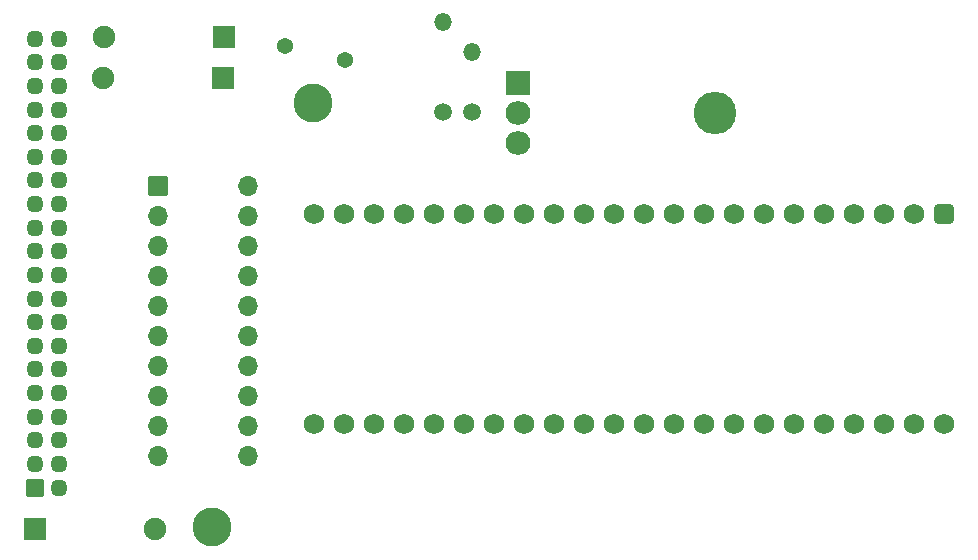
<source format=gbr>
%TF.GenerationSoftware,KiCad,Pcbnew,(6.0.2)*%
%TF.CreationDate,2022-07-01T05:11:33-06:00*%
%TF.ProjectId,PowerBook_F4Lite_THTV1,506f7765-7242-46f6-9f6b-5f46344c6974,rev?*%
%TF.SameCoordinates,Original*%
%TF.FileFunction,Soldermask,Bot*%
%TF.FilePolarity,Negative*%
%FSLAX46Y46*%
G04 Gerber Fmt 4.6, Leading zero omitted, Abs format (unit mm)*
G04 Created by KiCad (PCBNEW (6.0.2)) date 2022-07-01 05:11:33*
%MOMM*%
%LPD*%
G01*
G04 APERTURE LIST*
G04 Aperture macros list*
%AMRoundRect*
0 Rectangle with rounded corners*
0 $1 Rounding radius*
0 $2 $3 $4 $5 $6 $7 $8 $9 X,Y pos of 4 corners*
0 Add a 4 corners polygon primitive as box body*
4,1,4,$2,$3,$4,$5,$6,$7,$8,$9,$2,$3,0*
0 Add four circle primitives for the rounded corners*
1,1,$1+$1,$2,$3*
1,1,$1+$1,$4,$5*
1,1,$1+$1,$6,$7*
1,1,$1+$1,$8,$9*
0 Add four rect primitives between the rounded corners*
20,1,$1+$1,$2,$3,$4,$5,0*
20,1,$1+$1,$4,$5,$6,$7,0*
20,1,$1+$1,$6,$7,$8,$9,0*
20,1,$1+$1,$8,$9,$2,$3,0*%
G04 Aperture macros list end*
%ADD10RoundRect,0.050000X0.675000X0.675000X-0.675000X0.675000X-0.675000X-0.675000X0.675000X-0.675000X0*%
%ADD11O,1.450000X1.450000*%
%ADD12C,3.300000*%
%ADD13RoundRect,0.050000X-0.900000X-0.900000X0.900000X-0.900000X0.900000X0.900000X-0.900000X0.900000X0*%
%ADD14O,1.900000X1.900000*%
%ADD15RoundRect,0.050000X0.900000X0.900000X-0.900000X0.900000X-0.900000X-0.900000X0.900000X-0.900000X0*%
%ADD16C,1.500000*%
%ADD17O,1.500000X1.500000*%
%ADD18O,3.600000X3.600000*%
%ADD19RoundRect,0.050000X-1.000000X0.952500X-1.000000X-0.952500X1.000000X-0.952500X1.000000X0.952500X0*%
%ADD20O,2.100000X2.005000*%
%ADD21RoundRect,0.050000X-0.800000X-0.800000X0.800000X-0.800000X0.800000X0.800000X-0.800000X0.800000X0*%
%ADD22O,1.700000X1.700000*%
%ADD23C,1.370000*%
%ADD24RoundRect,0.462500X-0.412500X0.412500X-0.412500X-0.412500X0.412500X-0.412500X0.412500X0.412500X0*%
%ADD25C,1.750000*%
G04 APERTURE END LIST*
D10*
%TO.C,J2*%
X68232020Y-100892940D03*
D11*
X70232020Y-100892940D03*
X68232020Y-98892940D03*
X70232020Y-98892940D03*
X68232020Y-96892940D03*
X70232020Y-96892940D03*
X68232020Y-94892940D03*
X70232020Y-94892940D03*
X68232020Y-92892940D03*
X70232020Y-92892940D03*
X68232020Y-90892940D03*
X70232020Y-90892940D03*
X68232020Y-88892940D03*
X70232020Y-88892940D03*
X68232020Y-86892940D03*
X70232020Y-86892940D03*
X70232020Y-84892940D03*
X68232020Y-82892940D03*
X70232020Y-82892940D03*
X68232020Y-80892940D03*
X70232020Y-80892940D03*
X68232020Y-78892940D03*
X70232020Y-78892940D03*
X68232020Y-76892940D03*
X70232020Y-76892940D03*
X68232020Y-74892940D03*
X70232020Y-74892940D03*
X68232020Y-72892940D03*
X70232020Y-72892940D03*
X68232020Y-70892940D03*
X70232020Y-70892940D03*
X68232020Y-68892940D03*
X70232020Y-68892940D03*
X68232020Y-66892940D03*
X70232020Y-66892940D03*
X68232020Y-64892940D03*
X70232020Y-64892940D03*
X68232020Y-62892940D03*
X70232020Y-62892940D03*
X68232020Y-84892940D03*
%TD*%
D12*
%TO.C,REF\u002A\u002A*%
X83245960Y-104251760D03*
%TD*%
%TO.C,REF\u002A\u002A*%
X91737180Y-68353940D03*
%TD*%
D13*
%TO.C,D2*%
X68196460Y-104406700D03*
D14*
X78356460Y-104406700D03*
%TD*%
D15*
%TO.C,D3*%
X84173060Y-66179700D03*
D14*
X74013060Y-66179700D03*
%TD*%
D16*
%TO.C,R1*%
X102802594Y-69135792D03*
D17*
X102802594Y-61515792D03*
%TD*%
D16*
%TO.C,R2*%
X105261315Y-69135793D03*
D17*
X105261315Y-64055793D03*
%TD*%
D18*
%TO.C,U1*%
X125794815Y-69148493D03*
D19*
X109134815Y-66608493D03*
D20*
X109134815Y-69148493D03*
X109134815Y-71688493D03*
%TD*%
D21*
%TO.C,U2*%
X78689200Y-75402440D03*
D22*
X78689200Y-77942440D03*
X78689200Y-80482440D03*
X78689200Y-83022440D03*
X78689200Y-85562440D03*
X78689200Y-88102440D03*
X78689200Y-90642440D03*
X78689200Y-93182440D03*
X78689200Y-95722440D03*
X78689200Y-98262440D03*
X86309200Y-98262440D03*
X86309200Y-95722440D03*
X86309200Y-93182440D03*
X86309200Y-90642440D03*
X86309200Y-88102440D03*
X86309200Y-85562440D03*
X86309200Y-83022440D03*
X86309200Y-80482440D03*
X86309200Y-77942440D03*
X86309200Y-75402440D03*
%TD*%
D15*
%TO.C,D1*%
X84218780Y-62720220D03*
D14*
X74058780Y-62720220D03*
%TD*%
D23*
%TO.C,F1*%
X89372440Y-63545720D03*
X94452440Y-64688720D03*
%TD*%
D24*
%TO.C,U3*%
X145211800Y-77739240D03*
D25*
X142671800Y-77739240D03*
X140131800Y-77739240D03*
X137591800Y-77739240D03*
X135051800Y-77739240D03*
X132511800Y-77739240D03*
X129971800Y-77739240D03*
X127431800Y-77739240D03*
X124891800Y-77739240D03*
X122351800Y-77739240D03*
X119811800Y-77739240D03*
X117271800Y-77739240D03*
X114731800Y-77739240D03*
X112191800Y-77739240D03*
X109651800Y-77739240D03*
X107111800Y-77739240D03*
X104571800Y-77739240D03*
X102031800Y-77739240D03*
X99491800Y-77739240D03*
X96951800Y-77739240D03*
X94411800Y-77739240D03*
X91871800Y-77739240D03*
X91871800Y-95519240D03*
X94411800Y-95519240D03*
X96951800Y-95519240D03*
X99491800Y-95519240D03*
X102031800Y-95519240D03*
X104571800Y-95519240D03*
X107111800Y-95519240D03*
X109651800Y-95519240D03*
X112191800Y-95519240D03*
X114731800Y-95519240D03*
X117271800Y-95519240D03*
X119811800Y-95519240D03*
X122351800Y-95519240D03*
X124891800Y-95519240D03*
X127431800Y-95519240D03*
X129971800Y-95519240D03*
X132511800Y-95519240D03*
X135051800Y-95519240D03*
X137591800Y-95519240D03*
X140131800Y-95519240D03*
X142671800Y-95519240D03*
X145211800Y-95519240D03*
%TD*%
M02*

</source>
